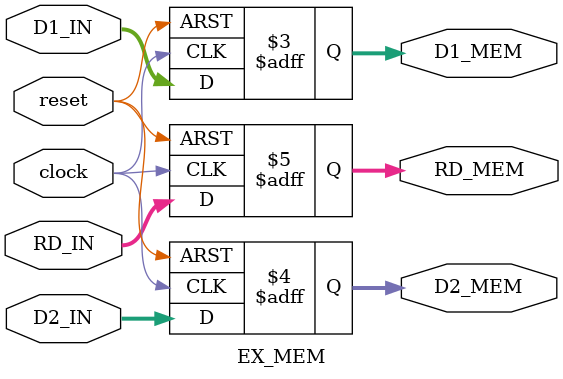
<source format=v>

module EX_MEM(
	input wire clock,
	input wire reset,
	input wire [31:0] D1_IN,
	input wire [31:0] D2_IN,
	input wire [4:0] RD_IN,
	output reg [31:0] D1_MEM,
	output reg [31:0] D2_MEM,
	output reg [4:0] RD_MEM);
	
	// Write data on positive edge or reset
	always @(posedge clock or posedge reset) begin
		if(reset == 1'b1) begin
			D1_MEM <= 32'd0;
			D2_MEM <= 32'd0;
			RD_MEM <= 5'd0;
		end else begin
			D1_MEM <= D1_IN;
			D2_MEM <= D2_IN;
			RD_MEM <= RD_IN;
		end
	end
	
endmodule


</source>
